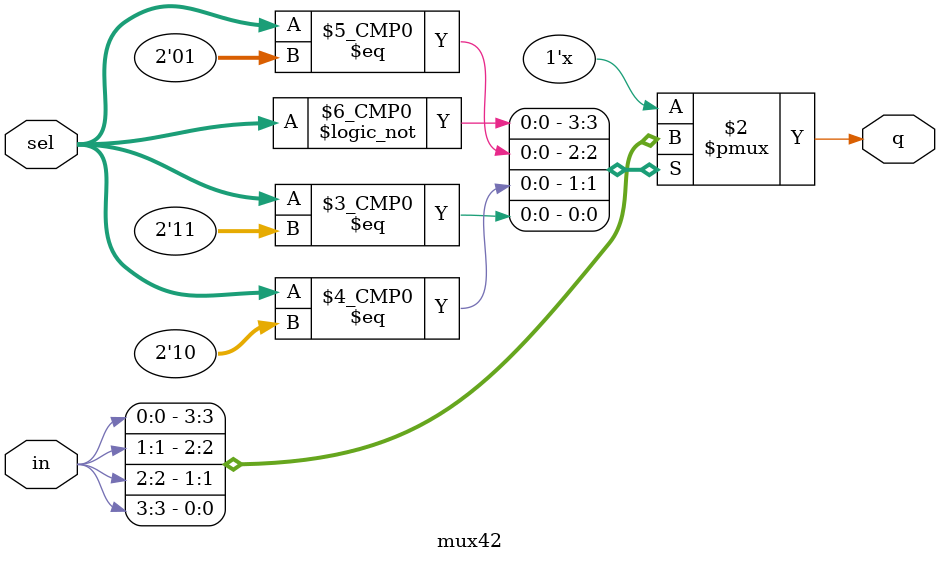
<source format=sv>
`timescale 1ns / 1ps


module mux42(
    input [3:0] in,
    input [1:0] sel,
    output logic q
    );
    
always_comb
case(sel)
    2'b00: q = in[0];
    2'b01: q = in[1];
    2'b10: q = in[2];
    2'b11: q = in[3];
endcase

endmodule



</source>
